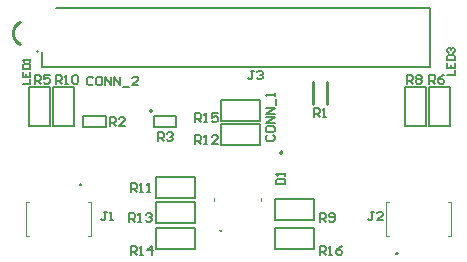
<source format=gto>
%FSTAX23Y23*%
%MOIN*%
%SFA1B1*%

%IPPOS*%
%ADD10C,0.007870*%
%ADD11C,0.003940*%
%ADD12C,0.010000*%
%ADD13C,0.008000*%
%ADD14C,0.006000*%
%LNfront_flex_dev_board-1*%
%LPD*%
G54D10*
X00204Y00239D02*
D01*
X00204Y00239*
X00204Y00239*
X00204Y00239*
X00204Y00239*
X00204Y00239*
X00204Y00239*
X00204Y0024*
X00204Y0024*
X00204Y0024*
X00204Y0024*
X00204Y0024*
X00204Y0024*
X00204Y0024*
X00203Y0024*
X00203Y0024*
X00203Y0024*
X00203Y0024*
X00203Y00241*
X00203Y00241*
X00203Y00241*
X00203Y00241*
X00202Y00241*
X00202*
X00202Y00241*
X00202Y00241*
X00202Y00241*
X00202Y00241*
X00202Y0024*
X00201Y0024*
X00201Y0024*
X00201Y0024*
X00201Y0024*
X00201Y0024*
X00201Y0024*
X00201Y0024*
X00201Y0024*
X00201Y0024*
X00201Y0024*
X00201Y00239*
X002Y00239*
X002Y00239*
X002Y00239*
X002Y00239*
X002Y00239*
X002Y00239*
D01*
X002Y00239*
X002Y00238*
X002Y00238*
X002Y00238*
X002Y00238*
X00201Y00238*
X00201Y00238*
X00201Y00238*
X00201Y00238*
X00201Y00237*
X00201Y00237*
X00201Y00237*
X00201Y00237*
X00201Y00237*
X00201Y00237*
X00201Y00237*
X00202Y00237*
X00202Y00237*
X00202Y00237*
X00202Y00237*
X00202Y00237*
X00202Y00237*
X00202*
X00203Y00237*
X00203Y00237*
X00203Y00237*
X00203Y00237*
X00203Y00237*
X00203Y00237*
X00203Y00237*
X00203Y00237*
X00204Y00237*
X00204Y00237*
X00204Y00237*
X00204Y00237*
X00204Y00238*
X00204Y00238*
X00204Y00238*
X00204Y00238*
X00204Y00238*
X00204Y00238*
X00204Y00238*
X00204Y00238*
X00204Y00239*
X00204Y00239*
D01*
X00204Y00239*
X00204Y00239*
X00204Y00239*
X00204Y00239*
X00204Y00239*
X00204Y00239*
X00204Y0024*
X00204Y0024*
X00204Y0024*
X00204Y0024*
X00204Y0024*
X00204Y0024*
X00204Y0024*
X00203Y0024*
X00203Y0024*
X00203Y0024*
X00203Y0024*
X00203Y00241*
X00203Y00241*
X00203Y00241*
X00203Y00241*
X00202Y00241*
X00202*
X00202Y00241*
X00202Y00241*
X00202Y00241*
X00202Y00241*
X00202Y0024*
X00201Y0024*
X00201Y0024*
X00201Y0024*
X00201Y0024*
X00201Y0024*
X00201Y0024*
X00201Y0024*
X00201Y0024*
X00201Y0024*
X00201Y0024*
X00201Y00239*
X002Y00239*
X002Y00239*
X002Y00239*
X002Y00239*
X002Y00239*
X002Y00239*
X01255Y0001D02*
D01*
X01255Y0001*
X01255Y0001*
X01255Y0001*
X01255Y0001*
X01255Y0001*
X01255Y0001*
X01255Y00009*
X01255Y00009*
X01255Y00009*
X01255Y00009*
X01255Y00009*
X01255Y00009*
X01255Y00009*
X01256Y00009*
X01256Y00009*
X01256Y00009*
X01256Y00009*
X01256Y00008*
X01256Y00008*
X01256Y00008*
X01256Y00008*
X01257Y00008*
X01257*
X01257Y00008*
X01257Y00008*
X01257Y00008*
X01257Y00008*
X01257Y00009*
X01258Y00009*
X01258Y00009*
X01258Y00009*
X01258Y00009*
X01258Y00009*
X01258Y00009*
X01258Y00009*
X01258Y00009*
X01258Y00009*
X01258Y00009*
X01258Y0001*
X01259Y0001*
X01259Y0001*
X01259Y0001*
X01259Y0001*
X01259Y0001*
X01259Y0001*
D01*
X01259Y0001*
X01259Y00011*
X01259Y00011*
X01259Y00011*
X01259Y00011*
X01258Y00011*
X01258Y00011*
X01258Y00011*
X01258Y00011*
X01258Y00012*
X01258Y00012*
X01258Y00012*
X01258Y00012*
X01258Y00012*
X01258Y00012*
X01258Y00012*
X01257Y00012*
X01257Y00012*
X01257Y00012*
X01257Y00012*
X01257Y00012*
X01257Y00012*
X01257*
X01256Y00012*
X01256Y00012*
X01256Y00012*
X01256Y00012*
X01256Y00012*
X01256Y00012*
X01256Y00012*
X01256Y00012*
X01255Y00012*
X01255Y00012*
X01255Y00012*
X01255Y00012*
X01255Y00011*
X01255Y00011*
X01255Y00011*
X01255Y00011*
X01255Y00011*
X01255Y00011*
X01255Y00011*
X01255Y00011*
X01255Y0001*
X01255Y0001*
D01*
X01255Y0001*
X01255Y0001*
X01255Y0001*
X01255Y0001*
X01255Y0001*
X01255Y0001*
X01255Y00009*
X01255Y00009*
X01255Y00009*
X01255Y00009*
X01255Y00009*
X01255Y00009*
X01255Y00009*
X01256Y00009*
X01256Y00009*
X01256Y00009*
X01256Y00009*
X01256Y00008*
X01256Y00008*
X01256Y00008*
X01256Y00008*
X01257Y00008*
X01257*
X01257Y00008*
X01257Y00008*
X01257Y00008*
X01257Y00008*
X01257Y00009*
X01258Y00009*
X01258Y00009*
X01258Y00009*
X01258Y00009*
X01258Y00009*
X01258Y00009*
X01258Y00009*
X01258Y00009*
X01258Y00009*
X01258Y00009*
X01258Y0001*
X01259Y0001*
X01259Y0001*
X01259Y0001*
X01259Y0001*
X01259Y0001*
X01259Y0001*
X0012Y00829D02*
X01366D01*
Y0063D02*
Y00829D01*
X00073Y0063D02*
X01366D01*
X00073D02*
Y0068D01*
G54D11*
X00669Y00087D02*
D01*
X00669Y00087*
X00669Y00088*
X00669Y00088*
X00669Y00088*
X00669Y00088*
X00669Y00088*
X00669Y00088*
X00669Y00088*
X00669Y00088*
X00669Y00089*
X00669Y00089*
X00669Y00089*
X00669Y00089*
X00669Y00089*
X00668Y00089*
X00668Y00089*
X00668Y00089*
X00668Y00089*
X00668Y00089*
X00668Y00089*
X00668Y00089*
X00668Y00089*
X00667*
X00667Y00089*
X00667Y00089*
X00667Y00089*
X00667Y00089*
X00667Y00089*
X00667Y00089*
X00666Y00089*
X00666Y00089*
X00666Y00089*
X00666Y00089*
X00666Y00089*
X00666Y00089*
X00666Y00088*
X00666Y00088*
X00666Y00088*
X00666Y00088*
X00666Y00088*
X00666Y00088*
X00666Y00088*
X00665Y00088*
X00665Y00087*
X00665Y00087*
X00665Y00087*
X00665Y00087*
X00666Y00087*
X00666Y00087*
X00666Y00087*
X00666Y00086*
X00666Y00086*
X00666Y00086*
X00666Y00086*
X00666Y00086*
X00666Y00086*
X00666Y00086*
X00666Y00086*
X00666Y00086*
X00666Y00086*
X00667Y00086*
X00667Y00085*
X00667Y00085*
X00667Y00085*
X00667Y00085*
X00667Y00085*
X00667Y00085*
X00668*
X00668Y00085*
X00668Y00085*
X00668Y00085*
X00668Y00085*
X00668Y00085*
X00668Y00086*
X00668Y00086*
X00669Y00086*
X00669Y00086*
X00669Y00086*
X00669Y00086*
X00669Y00086*
X00669Y00086*
X00669Y00086*
X00669Y00086*
X00669Y00086*
X00669Y00087*
X00669Y00087*
X00669Y00087*
X00669Y00087*
X00669Y00087*
X00669Y00087*
X00237Y00069D02*
Y0018D01*
Y00069D02*
Y0018D01*
X00022Y00069D02*
Y0018D01*
Y00069D02*
Y0018D01*
X00228D02*
X00237D01*
X00228D02*
X00237D01*
X00022D02*
X00031D01*
X00022D02*
X00031D01*
X00022Y00069D02*
X00031D01*
X00022D02*
X00031D01*
X00228D02*
X00237D01*
X00228D02*
X00237D01*
X01222D02*
Y0018D01*
Y00069D02*
Y0018D01*
X01437Y00069D02*
Y0018D01*
Y00069D02*
Y0018D01*
X01222Y00069D02*
X01231D01*
X01222D02*
X01231D01*
X01428D02*
X01437D01*
X01428D02*
X01437D01*
X01428Y0018D02*
X01437D01*
X01428D02*
X01437D01*
X01222D02*
X01231D01*
X01222D02*
X01231D01*
X00803Y00186D02*
Y00193D01*
X00646Y00186D02*
Y00193D01*
G54D12*
X00058Y00684D02*
D01*
X00058Y00684*
X00058Y00684*
X00058Y00684*
X00058Y00684*
X00058Y00684*
X00058Y00684*
X00058Y00684*
X00058Y00685*
X00058Y00685*
X00058Y00685*
X00057Y00685*
X00057Y00685*
X00057Y00685*
X00057Y00685*
X00057Y00685*
X00057Y00685*
X00057Y00685*
X00057Y00685*
X00057Y00685*
X00057Y00685*
X00057Y00685*
X00057Y00685*
X00057*
X00057Y00685*
X00057Y00685*
X00057Y00685*
X00057Y00685*
X00057Y00685*
X00057Y00685*
X00057Y00685*
X00057Y00685*
X00057Y00685*
X00057Y00685*
X00057Y00685*
X00057Y00685*
X00057Y00685*
X00057Y00685*
X00057Y00684*
X00057Y00684*
X00057Y00684*
X00057Y00684*
X00057Y00684*
X00057Y00684*
X00057Y00684*
X00057Y00684*
X00057Y00684*
X00057Y00684*
X00057Y00684*
X00057Y00684*
X00057Y00684*
X00057Y00684*
X00057Y00684*
X00057Y00684*
X00057Y00684*
X00057Y00684*
X00057Y00684*
X00057Y00684*
X00057Y00684*
X00057Y00684*
X00057Y00684*
X00057Y00684*
X00057Y00684*
X00057Y00684*
X00057Y00684*
X00057Y00684*
X00057Y00684*
X00057Y00684*
X00057*
X00057Y00684*
X00057Y00684*
X00057Y00684*
X00057Y00684*
X00057Y00684*
X00057Y00684*
X00057Y00684*
X00057Y00684*
X00057Y00684*
X00057Y00684*
X00057Y00684*
X00058Y00684*
X00058Y00684*
X00058Y00684*
X00058Y00684*
X00058Y00684*
X00058Y00684*
X00058Y00684*
X00058Y00684*
X00058Y00684*
X00058Y00684*
X00058Y00684*
X0Y00781D02*
D01*
X-00002Y0078*
X-00004Y00778*
X-00007Y00777*
X-00009Y00775*
X-00011Y00773*
X-00013Y00772*
X-00015Y00769*
X-00016Y00767*
X-00018Y00765*
X-00019Y00763*
X-0002Y0076*
X-00021Y00758*
X-00022Y00755*
X-00023Y00752*
X-00023Y0075*
X-00024Y00747*
X-00024Y00744*
X-00023Y00741*
X-00023Y00739*
X-00023Y00736*
X-00022Y00733*
X-00021Y00731*
X-0002Y00728*
X-00019Y00726*
X-00017Y00723*
X-00016Y00721*
X-00014Y00719*
X-00012Y00717*
X-0001Y00715*
X-00008Y00713*
X-00006Y00712*
X-00004Y0071*
X-00001Y00709*
X0Y00708*
X00438Y00485D02*
D01*
X00438Y00485*
X00438Y00485*
X00438Y00485*
X00438Y00486*
X00438Y00486*
X00438Y00486*
X00438Y00486*
X00438Y00486*
X00438Y00486*
X00438Y00486*
X00438Y00486*
X00438Y00486*
X00438Y00487*
X00437Y00487*
X00437Y00487*
X00437Y00487*
X00437Y00487*
X00437Y00487*
X00437Y00487*
X00437Y00487*
X00437Y00487*
X00436Y00487*
X00436*
X00436Y00487*
X00436Y00487*
X00436Y00487*
X00436Y00487*
X00436Y00487*
X00436Y00487*
X00435Y00487*
X00435Y00487*
X00435Y00487*
X00435Y00486*
X00435Y00486*
X00435Y00486*
X00435Y00486*
X00435Y00486*
X00435Y00486*
X00435Y00486*
X00435Y00486*
X00434Y00486*
X00434Y00485*
X00434Y00485*
X00434Y00485*
X00434Y00485*
X00434Y00485*
X00434Y00485*
X00434Y00485*
X00434Y00484*
X00435Y00484*
X00435Y00484*
X00435Y00484*
X00435Y00484*
X00435Y00484*
X00435Y00484*
X00435Y00484*
X00435Y00484*
X00435Y00483*
X00435Y00483*
X00435Y00483*
X00436Y00483*
X00436Y00483*
X00436Y00483*
X00436Y00483*
X00436Y00483*
X00436Y00483*
X00436Y00483*
X00436*
X00437Y00483*
X00437Y00483*
X00437Y00483*
X00437Y00483*
X00437Y00483*
X00437Y00483*
X00437Y00483*
X00437Y00483*
X00438Y00483*
X00438Y00484*
X00438Y00484*
X00438Y00484*
X00438Y00484*
X00438Y00484*
X00438Y00484*
X00438Y00484*
X00438Y00484*
X00438Y00484*
X00438Y00485*
X00438Y00485*
X00438Y00485*
X00438Y00485*
X00872Y00348D02*
D01*
X00872Y00348*
X00872Y00348*
X00872Y00348*
X00872Y00348*
X00872Y00348*
X00872Y00348*
X00872Y00349*
X00872Y00349*
X00872Y00349*
X00871Y00349*
X00871Y00349*
X00871Y00349*
X00871Y00349*
X00871Y00349*
X00871Y00349*
X00871Y00349*
X00871Y00349*
X00871Y00349*
X0087Y0035*
X0087Y0035*
X0087Y0035*
X0087Y0035*
X0087*
X0087Y0035*
X0087Y0035*
X00869Y0035*
X00869Y00349*
X00869Y00349*
X00869Y00349*
X00869Y00349*
X00869Y00349*
X00869Y00349*
X00869Y00349*
X00869Y00349*
X00868Y00349*
X00868Y00349*
X00868Y00349*
X00868Y00349*
X00868Y00348*
X00868Y00348*
X00868Y00348*
X00868Y00348*
X00868Y00348*
X00868Y00348*
X00868Y00348*
X00868Y00347*
X00868Y00347*
X00868Y00347*
X00868Y00347*
X00868Y00347*
X00868Y00347*
X00868Y00347*
X00868Y00347*
X00868Y00346*
X00868Y00346*
X00869Y00346*
X00869Y00346*
X00869Y00346*
X00869Y00346*
X00869Y00346*
X00869Y00346*
X00869Y00346*
X00869Y00346*
X00869Y00346*
X0087Y00346*
X0087Y00346*
X0087Y00346*
X0087*
X0087Y00346*
X0087Y00346*
X0087Y00346*
X00871Y00346*
X00871Y00346*
X00871Y00346*
X00871Y00346*
X00871Y00346*
X00871Y00346*
X00871Y00346*
X00871Y00346*
X00871Y00346*
X00872Y00346*
X00872Y00347*
X00872Y00347*
X00872Y00347*
X00872Y00347*
X00872Y00347*
X00872Y00347*
X00872Y00347*
X00872Y00347*
X00872Y00348*
X01023Y00509D02*
Y0058D01*
X00976Y00509D02*
Y0058D01*
G54D13*
X0067Y0052D02*
X008D01*
X0067Y0045D02*
Y0052D01*
Y0045D02*
X008D01*
Y0052*
X0067Y0044D02*
X008D01*
X0067Y0037D02*
Y0044D01*
Y0037D02*
X008D01*
Y0044*
X0085Y0012D02*
X0098D01*
Y0019*
X0085D02*
X0098D01*
X0085Y0012D02*
Y0019D01*
Y00025D02*
X0098D01*
Y00095*
X0085D02*
X0098D01*
X0085Y00025D02*
Y00095D01*
X00455Y00025D02*
X00585D01*
Y00095*
X00455D02*
X00585D01*
X00455Y00025D02*
Y00095D01*
Y0011D02*
X00585D01*
Y0018*
X00455D02*
X00585D01*
X00455Y0011D02*
Y0018D01*
Y00195D02*
X00585D01*
Y00265*
X00455D02*
X00585D01*
X00455Y00195D02*
Y00265D01*
X001Y00435D02*
Y00565D01*
X0003D02*
X001D01*
X0003Y00435D02*
Y00565D01*
Y00435D02*
X001D01*
X0011D02*
Y00565D01*
Y00435D02*
X0018D01*
Y00565*
X0011D02*
X0018D01*
X01285Y00435D02*
X01355D01*
X01285D02*
Y00565D01*
X01355*
Y00435D02*
Y00565D01*
X01435Y00435D02*
Y00565D01*
X01365D02*
X01435D01*
X01365Y00435D02*
Y00565D01*
Y00435D02*
X01435D01*
G54D14*
X00212Y0043D02*
Y00469D01*
Y0043D02*
X00287D01*
Y00469*
X00212D02*
X00287D01*
X00522Y0043D02*
Y00469D01*
X00447D02*
X00522D01*
X00447Y0043D02*
Y00469D01*
Y0043D02*
X00522D01*
X00289Y00149D02*
X0028D01*
X00284*
Y00125*
X0028Y0012*
X00275*
X0027Y00125*
X00299Y0012D02*
X00309D01*
X00304*
Y00149*
X00299Y00144*
X01425Y00605D02*
X0145D01*
Y00621*
X01425Y00646D02*
Y00629D01*
X0145*
Y00646*
X01437Y00629D02*
Y00638D01*
X01425Y00654D02*
X0145D01*
Y00667*
X01445Y00671*
X01429*
X01425Y00667*
Y00654*
X01429Y00679D02*
X01425Y00684D01*
Y00692*
X01429Y00696*
X01433*
X01437Y00692*
Y00688*
Y00692*
X01441Y00696*
X01445*
X0145Y00692*
Y00684*
X01445Y00679*
X0001Y00575D02*
X00035D01*
Y00591*
X0001Y00616D02*
Y00599D01*
X00035*
Y00616*
X00022Y00599D02*
Y00608D01*
X0001Y00624D02*
X00035D01*
Y00637*
X0003Y00641*
X00014*
X0001Y00637*
Y00624*
X00035Y00649D02*
Y00658D01*
Y00654*
X0001*
X00014Y00649*
X0129Y00575D02*
Y00604D01*
X01304*
X01309Y00599*
Y0059*
X01304Y00585*
X0129*
X013D02*
X01309Y00575D01*
X01319Y00599D02*
X01324Y00604D01*
X01334*
X01339Y00599*
Y00594*
X01334Y0059*
X01339Y00585*
Y0058*
X01334Y00575*
X01324*
X01319Y0058*
Y00585*
X01324Y0059*
X01319Y00594*
Y00599*
X01324Y0059D02*
X01334D01*
X0046Y00385D02*
Y00414D01*
X00474*
X00479Y00409*
Y00399*
X00474Y00395*
X0046*
X0047D02*
X00479Y00385D01*
X00489Y00409D02*
X00494Y00414D01*
X00504*
X00509Y00409*
Y00404*
X00504Y00399*
X00499*
X00504*
X00509Y00395*
Y0039*
X00504Y00385*
X00494*
X00489Y0039*
X003Y00435D02*
Y00464D01*
X00314*
X00319Y00459*
Y0045*
X00314Y00445*
X003*
X0031D02*
X00319Y00435D01*
X00349D02*
X00329D01*
X00349Y00454*
Y00459*
X00344Y00464*
X00334*
X00329Y00459*
X00855Y0024D02*
X00885D01*
Y00254*
X0088Y00259*
X0086*
X00855Y00254*
Y0024*
X00885Y00269D02*
Y00279D01*
Y00274*
X00855*
X0086Y00269*
X00585Y00375D02*
Y00404D01*
X006*
X00604Y00399*
Y0039*
X006Y00385*
X00585*
X00595D02*
X00604Y00375D01*
X00614D02*
X00624D01*
X00619*
Y00404*
X00614Y00399*
X00659Y00375D02*
X00639D01*
X00659Y00394*
Y00399*
X00654Y00404*
X00644*
X00639Y00399*
X0012Y00575D02*
Y00604D01*
X00134*
X00139Y00599*
Y0059*
X00134Y00585*
X0012*
X0013D02*
X00139Y00575D01*
X00149D02*
X00159D01*
X00154*
Y00604*
X00149Y00599*
X00174D02*
X00179Y00604D01*
X00189*
X00194Y00599*
Y0058*
X00189Y00575*
X00179*
X00174Y0058*
Y00599*
X01364Y00575D02*
Y00605D01*
X01379*
X01384Y006*
Y0059*
X01379Y00585*
X01364*
X01374D02*
X01384Y00575D01*
X01414Y00605D02*
X01404Y006D01*
X01394Y0059*
Y0058*
X01399Y00575*
X01409*
X01414Y0058*
Y00585*
X01409Y0059*
X01394*
X0005Y00575D02*
Y00604D01*
X00064*
X00069Y00599*
Y0059*
X00064Y00585*
X0005*
X0006D02*
X00069Y00575D01*
X00099Y00604D02*
X00079D01*
Y0059*
X00089Y00594*
X00094*
X00099Y0059*
Y0058*
X00094Y00575*
X00084*
X00079Y0058*
X01Y00115D02*
Y00144D01*
X01014*
X01019Y00139*
Y0013*
X01014Y00125*
X01*
X0101D02*
X01019Y00115D01*
X01029Y0012D02*
X01034Y00115D01*
X01044*
X01049Y0012*
Y00139*
X01044Y00144*
X01034*
X01029Y00139*
Y00134*
X01034Y0013*
X01049*
X00585Y00447D02*
Y00477D01*
X006*
X00604Y00472*
Y00462*
X006Y00457*
X00585*
X00595D02*
X00604Y00447D01*
X00614D02*
X00624D01*
X00619*
Y00477*
X00614Y00472*
X00659Y00477D02*
X00639D01*
Y00462*
X00649Y00467*
X00654*
X00659Y00462*
Y00452*
X00654Y00447*
X00644*
X00639Y00452*
X01Y00005D02*
Y00034D01*
X01014*
X01019Y00029*
Y0002*
X01014Y00015*
X01*
X0101D02*
X01019Y00005D01*
X01029D02*
X01039D01*
X01034*
Y00034*
X01029Y00029*
X01074Y00034D02*
X01064Y00029D01*
X01054Y0002*
Y0001*
X01059Y00005*
X01069*
X01074Y0001*
Y00015*
X01069Y0002*
X01054*
X0037Y00215D02*
Y00244D01*
X00385*
X00389Y00239*
Y00229*
X00385Y00225*
X0037*
X0038D02*
X00389Y00215D01*
X00399D02*
X00409D01*
X00404*
Y00244*
X00399Y00239*
X00424Y00215D02*
X00434D01*
X00429*
Y00244*
X00424Y00239*
X00365Y00115D02*
Y00144D01*
X00379*
X00384Y00139*
Y0013*
X00379Y00125*
X00365*
X00375D02*
X00384Y00115D01*
X00394D02*
X00404D01*
X00399*
Y00144*
X00394Y00139*
X00419D02*
X00424Y00144D01*
X00434*
X00439Y00139*
Y00134*
X00434Y0013*
X00429*
X00434*
X00439Y00125*
Y0012*
X00434Y00115*
X00424*
X00419Y0012*
X0037Y00005D02*
Y00034D01*
X00385*
X00389Y00029*
Y0002*
X00385Y00015*
X0037*
X0038D02*
X00389Y00005D01*
X00399D02*
X00409D01*
X00404*
Y00034*
X00399Y00029*
X00439Y00005D02*
Y00034D01*
X00424Y0002*
X00444*
X0098Y00465D02*
Y00494D01*
X00994*
X00999Y00489*
Y0048*
X00994Y00475*
X0098*
X0099D02*
X00999Y00465D01*
X01009D02*
X01019D01*
X01014*
Y00494*
X01009Y00489*
X00779Y00619D02*
X0077D01*
X00775*
Y00595*
X0077Y0059*
X00765*
X0076Y00595*
X00789Y00614D02*
X00794Y00619D01*
X00804*
X00809Y00614*
Y00609*
X00804Y00605*
X00799*
X00804*
X00809Y006*
Y00595*
X00804Y0059*
X00794*
X00789Y00595*
X01179Y00149D02*
X0117D01*
X01174*
Y00125*
X0117Y0012*
X01165*
X0116Y00125*
X01209Y0012D02*
X01189D01*
X01209Y00139*
Y00144*
X01204Y00149*
X01194*
X01189Y00144*
X00244Y00594D02*
X0024Y00599D01*
X0023*
X00225Y00594*
Y00575*
X0023Y0057*
X0024*
X00244Y00575*
X00269Y00599D02*
X00259D01*
X00254Y00594*
Y00575*
X00259Y0057*
X00269*
X00274Y00575*
Y00594*
X00269Y00599*
X00284Y0057D02*
Y00599D01*
X00304Y0057*
Y00599*
X00314Y0057D02*
Y00599D01*
X00334Y0057*
Y00599*
X00344Y00565D02*
X00364D01*
X00394Y0057D02*
X00374D01*
X00394Y00589*
Y00594*
X00389Y00599*
X00379*
X00374Y00594*
X00825Y00404D02*
X0082Y00399D01*
Y0039*
X00825Y00385*
X00845*
X0085Y0039*
Y00399*
X00845Y00404*
X0082Y00429D02*
Y00419D01*
X00825Y00414*
X00845*
X0085Y00419*
Y00429*
X00845Y00434*
X00825*
X0082Y00429*
X0085Y00444D02*
X0082D01*
X0085Y00464*
X0082*
X0085Y00474D02*
X0082D01*
X0085Y00494*
X0082*
X00855Y00504D02*
Y00524D01*
X0085Y00534D02*
Y00544D01*
Y00539*
X0082*
X00825Y00534*
M02*
</source>
